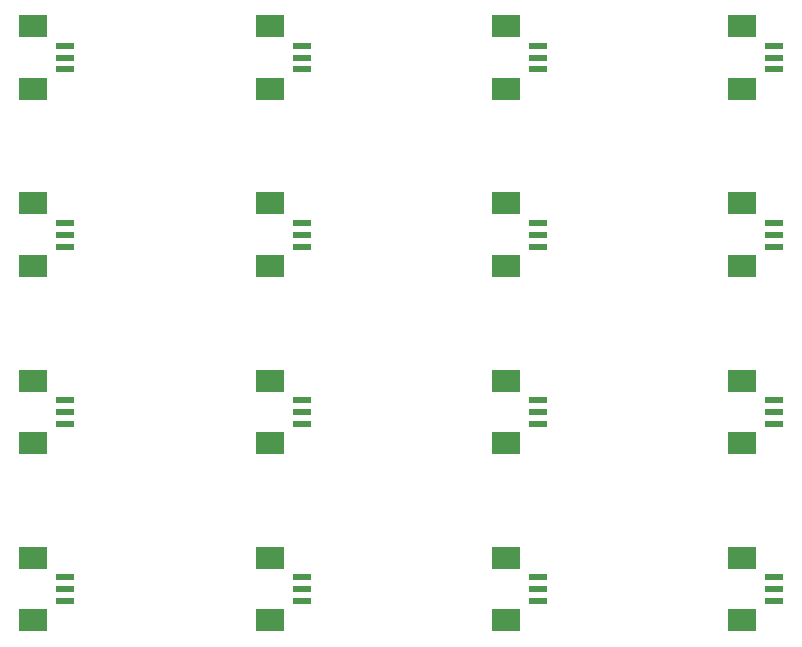
<source format=gbr>
G04 #@! TF.FileFunction,Paste,Top*
%FSLAX46Y46*%
G04 Gerber Fmt 4.6, Leading zero omitted, Abs format (unit mm)*
G04 Created by KiCad (PCBNEW 4.0.2-4+6225~38~ubuntu14.04.1-stable) date Sat Feb 20 17:03:59 2016*
%MOMM*%
G01*
G04 APERTURE LIST*
%ADD10C,0.100000*%
%ADD11R,2.400000X1.900000*%
%ADD12R,1.550000X0.600000*%
G04 APERTURE END LIST*
D10*
D11*
X97515000Y-34170000D03*
D12*
X100240000Y-37820000D03*
X100240000Y-36820000D03*
X100240000Y-35820000D03*
D11*
X97515000Y-39470000D03*
X97515000Y-49170000D03*
D12*
X100240000Y-52820000D03*
X100240000Y-51820000D03*
X100240000Y-50820000D03*
D11*
X97515000Y-54470000D03*
X97515000Y-64170000D03*
D12*
X100240000Y-67820000D03*
X100240000Y-66820000D03*
X100240000Y-65820000D03*
D11*
X97515000Y-69470000D03*
X97515000Y-79170000D03*
D12*
X100240000Y-82820000D03*
X100240000Y-81820000D03*
X100240000Y-80820000D03*
D11*
X97515000Y-84470000D03*
X117515000Y-34170000D03*
D12*
X120240000Y-37820000D03*
X120240000Y-36820000D03*
X120240000Y-35820000D03*
D11*
X117515000Y-39470000D03*
X117515000Y-49170000D03*
D12*
X120240000Y-52820000D03*
X120240000Y-51820000D03*
X120240000Y-50820000D03*
D11*
X117515000Y-54470000D03*
X117515000Y-64170000D03*
D12*
X120240000Y-67820000D03*
X120240000Y-66820000D03*
X120240000Y-65820000D03*
D11*
X117515000Y-69470000D03*
X117515000Y-79170000D03*
D12*
X120240000Y-82820000D03*
X120240000Y-81820000D03*
X120240000Y-80820000D03*
D11*
X117515000Y-84470000D03*
X137515000Y-34170000D03*
D12*
X140240000Y-37820000D03*
X140240000Y-36820000D03*
X140240000Y-35820000D03*
D11*
X137515000Y-39470000D03*
X137515000Y-49170000D03*
D12*
X140240000Y-52820000D03*
X140240000Y-51820000D03*
X140240000Y-50820000D03*
D11*
X137515000Y-54470000D03*
X137515000Y-64170000D03*
D12*
X140240000Y-67820000D03*
X140240000Y-66820000D03*
X140240000Y-65820000D03*
D11*
X137515000Y-69470000D03*
X137515000Y-79170000D03*
D12*
X140240000Y-82820000D03*
X140240000Y-81820000D03*
X140240000Y-80820000D03*
D11*
X137515000Y-84470000D03*
X157515000Y-34170000D03*
D12*
X160240000Y-37820000D03*
X160240000Y-36820000D03*
X160240000Y-35820000D03*
D11*
X157515000Y-39470000D03*
X157515000Y-49170000D03*
D12*
X160240000Y-52820000D03*
X160240000Y-51820000D03*
X160240000Y-50820000D03*
D11*
X157515000Y-54470000D03*
X157515000Y-64170000D03*
D12*
X160240000Y-67820000D03*
X160240000Y-66820000D03*
X160240000Y-65820000D03*
D11*
X157515000Y-69470000D03*
X157515000Y-79170000D03*
D12*
X160240000Y-82820000D03*
X160240000Y-81820000D03*
X160240000Y-80820000D03*
D11*
X157515000Y-84470000D03*
M02*

</source>
